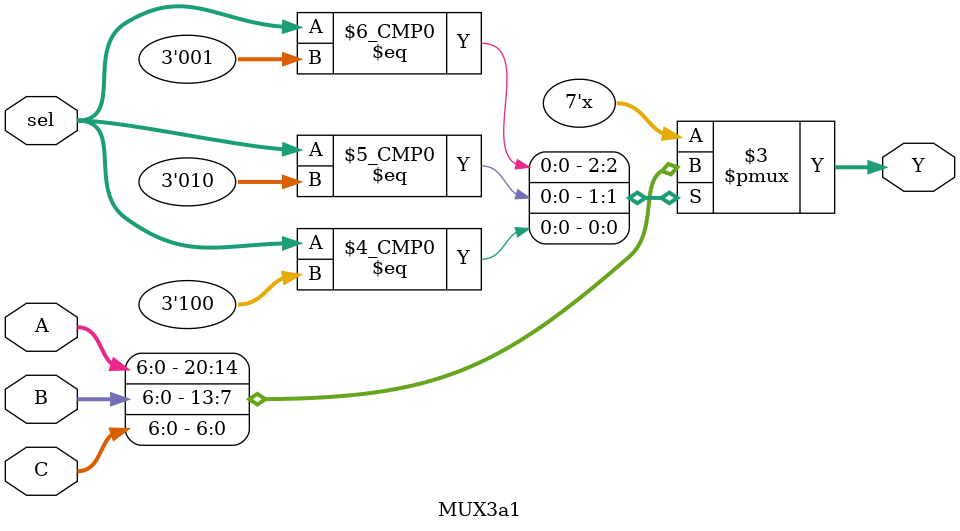
<source format=v>
`timescale 1ns / 1ps
module MUX3a1(A, B, C, sel, Y);
input  [2:0]sel;
input [6:0] A, B, C;
output reg [6:0] Y;

always @(sel or A or B or C)
	begin
	case (sel)
		3'b001 : Y=A;
		3'b010 : Y=B;
		3'b100 : Y=C;
		
		default : Y = 7'bxxxxxxx;
		
	endcase
	end
	
endmodule


</source>
